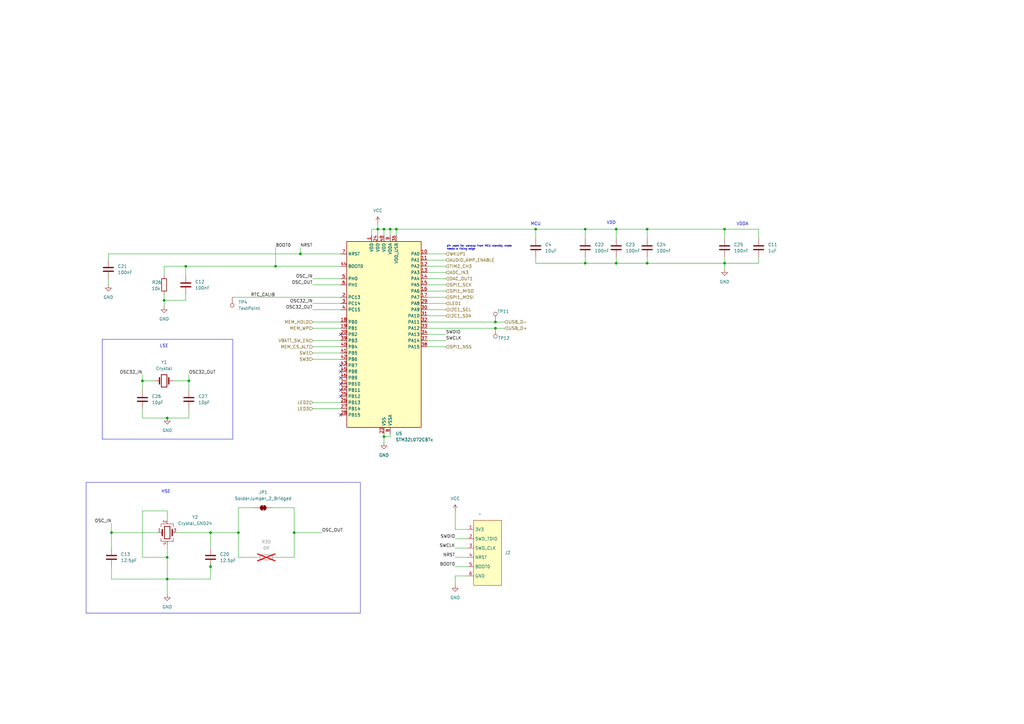
<source format=kicad_sch>
(kicad_sch (version 20231120) (generator "eeschema") (generator_version "8.0")
  (paper "A3")
  (lib_symbols
    (symbol "Connector:TestPoint" (pin_numbers hide) (pin_names (offset 0.762) hide)
      (property "Reference" "TP" (at 0 6.858 0))
      (property "Value" "TestPoint" (at 0 5.08 0))
      (symbol "TestPoint_0_1"
        (circle (center 0 3.302) (radius 0.762))
      )
      (symbol "TestPoint_1_1"
        (pin passive line (at 0 0 90) (length 2.54) (name "1") (number "1"))
      )
    )
    (symbol "Device:C" (pin_numbers hide) (pin_names (offset 0.254))
      (property "Reference" "C" (at 0.635 2.54 0))
      (property "Value" "C" (at 0.635 -2.54 0))
      (symbol "C_0_1"
        (polyline (pts (xy -2.032 -0.762) (xy 2.032 -0.762)) (stroke (width 0.508)))
        (polyline (pts (xy -2.032 0.762) (xy 2.032 0.762)) (stroke (width 0.508)))
      )
      (symbol "C_1_1"
        (pin passive line (at 0 3.81 270) (length 2.794) (name "~") (number "1"))
        (pin passive line (at 0 -3.81 90) (length 2.794) (name "~") (number "2"))
      )
    )
    (symbol "Device:Crystal" (pin_numbers hide) (pin_names (offset 1.016) hide)
      (property "Reference" "Y" (at 0 3.81 0))
      (property "Value" "Crystal" (at 0 -3.81 0))
      (symbol "Crystal_0_1"
        (rectangle (start -1.143 2.54) (end 1.143 -2.54) (stroke (width 0.3048)))
        (polyline (pts (xy -2.54 0) (xy -1.905 0)))
        (polyline (pts (xy -1.905 -1.27) (xy -1.905 1.27)) (stroke (width 0.508)))
        (polyline (pts (xy 1.905 -1.27) (xy 1.905 1.27)) (stroke (width 0.508)))
        (polyline (pts (xy 2.54 0) (xy 1.905 0)))
      )
      (symbol "Crystal_1_1"
        (pin passive line (at -3.81 0 0) (length 1.27) (name "1") (number "1"))
        (pin passive line (at 3.81 0 180) (length 1.27) (name "2") (number "2"))
      )
    )
    (symbol "Device:Crystal_GND24" (pin_names (offset 1.016) hide)
      (property "Reference" "Y" (at 3.175 5.08 0))
      (property "Value" "Crystal_GND24" (at 3.175 3.175 0))
      (symbol "Crystal_GND24_0_1"
        (rectangle (start -1.143 2.54) (end 1.143 -2.54) (stroke (width 0.3048)))
        (polyline (pts (xy -2.54 0) (xy -2.032 0)))
        (polyline (pts (xy -2.032 -1.27) (xy -2.032 1.27)) (stroke (width 0.508)))
        (polyline (pts (xy 0 -3.81) (xy 0 -3.556)))
        (polyline (pts (xy 0 3.556) (xy 0 3.81)))
        (polyline (pts (xy 2.032 -1.27) (xy 2.032 1.27)) (stroke (width 0.508)))
        (polyline (pts (xy 2.032 0) (xy 2.54 0)))
        (polyline (pts (xy -2.54 -2.286) (xy -2.54 -3.556) (xy 2.54 -3.556) (xy 2.54 -2.286)))
        (polyline (pts (xy -2.54 2.286) (xy -2.54 3.556) (xy 2.54 3.556) (xy 2.54 2.286)))
      )
      (symbol "Crystal_GND24_1_1"
        (pin passive line (at -3.81 0 0) (length 1.27) (name "1") (number "1"))
        (pin passive line (at 0 5.08 270) (length 1.27) (name "2") (number "2"))
        (pin passive line (at 3.81 0 180) (length 1.27) (name "3") (number "3"))
        (pin passive line (at 0 -5.08 90) (length 1.27) (name "4") (number "4"))
      )
    )
    (symbol "Device:R" (pin_numbers hide) (pin_names (offset 0))
      (property "Reference" "R" (at 2.032 0 90))
      (property "Value" "R" (at 0 0 90))
      (symbol "R_0_1"
        (rectangle (start -1.016 -2.54) (end 1.016 2.54) (stroke (width 0.254)))
      )
      (symbol "R_1_1"
        (pin passive line (at 0 3.81 270) (length 1.27) (name "~") (number "1"))
        (pin passive line (at 0 -3.81 90) (length 1.27) (name "~") (number "2"))
      )
    )
    (symbol "Jumper:SolderJumper_2_Bridged" (pin_numbers hide) (pin_names (offset 0) hide) (exclude_from_sim yes) (in_bom no)
      (property "Reference" "JP" (at 0 2.032 0))
      (property "Value" "SolderJumper_2_Bridged" (at 0 -2.54 0))
      (symbol "SolderJumper_2_Bridged_0_1"
        (rectangle (start -0.508 0.508) (end 0.508 -0.508) (fill (type outline)))
        (arc (start -0.254 1.016) (mid -1.2656 0) (end -0.254 -1.016))
        (arc (start -0.254 1.016) (mid -1.2656 0) (end -0.254 -1.016) (fill (type outline)))
        (polyline (pts (xy -0.254 1.016) (xy -0.254 -1.016)))
        (polyline (pts (xy 0.254 1.016) (xy 0.254 -1.016)))
        (arc (start 0.254 -1.016) (mid 1.2656 0) (end 0.254 1.016))
        (arc (start 0.254 -1.016) (mid 1.2656 0) (end 0.254 1.016) (fill (type outline)))
      )
      (symbol "SolderJumper_2_Bridged_1_1"
        (pin passive line (at -3.81 0 0) (length 2.54) (name "A") (number "1"))
        (pin passive line (at 3.81 0 180) (length 2.54) (name "B") (number "2"))
      )
    )
    (symbol "MCU_ST_STM32L0:STM32L072CBTx"
      (property "Reference" "U" (at -15.24 39.37 0))
      (property "Value" "STM32L072CBTx" (at 7.62 39.37 0))
      (symbol "STM32L072CBTx_0_1"
        (rectangle (start -15.24 -38.1) (end 15.24 38.1) (stroke (width 0.254)) (fill (type background)))
      )
      (symbol "STM32L072CBTx_1_1"
        (pin power_in line (at -5.08 40.64 270) (length 2.54) (name "VDD") (number "1"))
        (pin bidirectional line (at 17.78 33.02 180) (length 2.54) (name "PA0") (number "10"))
        (pin bidirectional line (at 17.78 30.48 180) (length 2.54) (name "PA1") (number "11"))
        (pin bidirectional line (at 17.78 27.94 180) (length 2.54) (name "PA2") (number "12"))
        (pin bidirectional line (at 17.78 25.4 180) (length 2.54) (name "PA3") (number "13"))
        (pin bidirectional line (at 17.78 22.86 180) (length 2.54) (name "PA4") (number "14"))
        (pin bidirectional line (at 17.78 20.32 180) (length 2.54) (name "PA5") (number "15"))
        (pin bidirectional line (at 17.78 17.78 180) (length 2.54) (name "PA6") (number "16"))
        (pin bidirectional line (at 17.78 15.24 180) (length 2.54) (name "PA7") (number "17"))
        (pin bidirectional line (at -17.78 5.08 0) (length 2.54) (name "PB0") (number "18"))
        (pin bidirectional line (at -17.78 2.54 0) (length 2.54) (name "PB1") (number "19"))
        (pin bidirectional line (at -17.78 15.24 0) (length 2.54) (name "PC13") (number "2"))
        (pin bidirectional line (at -17.78 0 0) (length 2.54) (name "PB2") (number "20"))
        (pin bidirectional line (at -17.78 -20.32 0) (length 2.54) (name "PB10") (number "21"))
        (pin bidirectional line (at -17.78 -22.86 0) (length 2.54) (name "PB11") (number "22"))
        (pin power_in line (at 0 -40.64 90) (length 2.54) (name "VSS") (number "23"))
        (pin power_in line (at -2.54 40.64 270) (length 2.54) (name "VDD") (number "24"))
        (pin bidirectional line (at -17.78 -25.4 0) (length 2.54) (name "PB12") (number "25"))
        (pin bidirectional line (at -17.78 -27.94 0) (length 2.54) (name "PB13") (number "26"))
        (pin bidirectional line (at -17.78 -30.48 0) (length 2.54) (name "PB14") (number "27"))
        (pin bidirectional line (at -17.78 -33.02 0) (length 2.54) (name "PB15") (number "28"))
        (pin bidirectional line (at 17.78 12.7 180) (length 2.54) (name "PA8") (number "29"))
        (pin bidirectional line (at -17.78 12.7 0) (length 2.54) (name "PC14") (number "3"))
        (pin bidirectional line (at 17.78 10.16 180) (length 2.54) (name "PA9") (number "30"))
        (pin bidirectional line (at 17.78 7.62 180) (length 2.54) (name "PA10") (number "31"))
        (pin bidirectional line (at 17.78 5.08 180) (length 2.54) (name "PA11") (number "32"))
        (pin bidirectional line (at 17.78 2.54 180) (length 2.54) (name "PA12") (number "33"))
        (pin bidirectional line (at 17.78 0 180) (length 2.54) (name "PA13") (number "34"))
        (pin passive line (at 0 -40.64 90) (length 2.54) hide (name "VSS") (number "35"))
        (pin power_in line (at 5.08 40.64 270) (length 2.54) (name "VDD_USB") (number "36"))
        (pin bidirectional line (at 17.78 -2.54 180) (length 2.54) (name "PA14") (number "37"))
        (pin bidirectional line (at 17.78 -5.08 180) (length 2.54) (name "PA15") (number "38"))
        (pin bidirectional line (at -17.78 -2.54 0) (length 2.54) (name "PB3") (number "39"))
        (pin bidirectional line (at -17.78 10.16 0) (length 2.54) (name "PC15") (number "4"))
        (pin bidirectional line (at -17.78 -5.08 0) (length 2.54) (name "PB4") (number "40"))
        (pin bidirectional line (at -17.78 -7.62 0) (length 2.54) (name "PB5") (number "41"))
        (pin bidirectional line (at -17.78 -10.16 0) (length 2.54) (name "PB6") (number "42"))
        (pin bidirectional line (at -17.78 -12.7 0) (length 2.54) (name "PB7") (number "43"))
        (pin input line (at -17.78 27.94 0) (length 2.54) (name "BOOT0") (number "44"))
        (pin bidirectional line (at -17.78 -15.24 0) (length 2.54) (name "PB8") (number "45"))
        (pin bidirectional line (at -17.78 -17.78 0) (length 2.54) (name "PB9") (number "46"))
        (pin passive line (at 0 -40.64 90) (length 2.54) hide (name "VSS") (number "47"))
        (pin power_in line (at 0 40.64 270) (length 2.54) (name "VDD") (number "48"))
        (pin bidirectional line (at -17.78 22.86 0) (length 2.54) (name "PH0") (number "5"))
        (pin bidirectional line (at -17.78 20.32 0) (length 2.54) (name "PH1") (number "6"))
        (pin input line (at -17.78 33.02 0) (length 2.54) (name "NRST") (number "7"))
        (pin power_in line (at 2.54 -40.64 90) (length 2.54) (name "VSSA") (number "8"))
        (pin power_in line (at 2.54 40.64 270) (length 2.54) (name "VDDA") (number "9"))
      )
    )
    (symbol "New_Library:SWD_PROGRAMMING"
      (property "Reference" "J" (at 0 0 0))
      (symbol "SWD_PROGRAMMING_1_1"
        (rectangle (start -2.54 -2.54) (end 8.89 -29.21) (fill (type background)))
        (pin power_in line (at -5.08 -6.35 0) (length 2.54) (name "3V3") (number "1"))
        (pin input line (at -5.08 -10.16 0) (length 2.54) (name "SWD_TDIO") (number "2"))
        (pin input line (at -5.08 -13.97 0) (length 2.54) (name "SWD_CLK") (number "3"))
        (pin input line (at -5.08 -17.78 0) (length 2.54) (name "NRST") (number "4"))
        (pin input line (at -5.08 -21.59 0) (length 2.54) (name "BOOT0") (number "5"))
        (pin power_in line (at -5.08 -25.4 0) (length 2.54) (name "GND") (number "6"))
      )
    )
    (symbol "power:GND" (power) (pin_numbers hide) (pin_names (offset 0) hide)
      (property "Value" "GND" (at 0 -3.81 0))
      (symbol "GND_0_1"
        (polyline (pts (xy 0 0) (xy 0 -1.27) (xy 1.27 -1.27) (xy 0 -2.54) (xy -1.27 -1.27) (xy 0 -1.27)))
      )
      (symbol "GND_1_1"
        (pin power_in line (at 0 0 270) (length 0) (name "~") (number "1"))
      )
    )
    (symbol "power:VCC" (power) (pin_numbers hide) (pin_names (offset 0) hide)
      (property "Value" "VCC" (at 0 3.556 0))
      (symbol "VCC_0_1"
        (polyline (pts (xy -0.762 1.27) (xy 0 2.54)))
        (polyline (pts (xy 0 0) (xy 0 2.54)))
        (polyline (pts (xy 0 2.54) (xy 0.762 1.27)))
      )
      (symbol "VCC_1_1"
        (pin power_in line (at 0 0 90) (length 0) (name "~") (number "1"))
      )
    )
  )
  (junction (at 162.56 93.98))
  (junction (at 86.36 218.44))
  (junction (at 240.03 93.98))
  (junction (at 123.19 104.14))
  (junction (at 97.79 218.44))
  (junction (at 68.58 171.45))
  (junction (at 240.03 107.95))
  (junction (at 45.72 218.44))
  (junction (at 297.18 93.98))
  (junction (at 113.03 109.22))
  (junction (at 203.2 134.62))
  (junction (at 297.18 107.95))
  (junction (at 154.94 93.98))
  (junction (at 203.2 132.08))
  (junction (at 252.73 93.98))
  (junction (at 77.47 156.21))
  (junction (at 120.65 218.44))
  (junction (at 157.48 93.98))
  (junction (at 219.71 93.98))
  (junction (at 265.43 93.98))
  (junction (at 252.73 107.95))
  (junction (at 160.02 93.98))
  (junction (at 86.36 232.41))
  (junction (at 68.58 237.49))
  (junction (at 157.48 179.07))
  (junction (at 67.31 123.19))
  (junction (at 265.43 107.95))
  (junction (at 58.42 156.21))
  (junction (at 68.58 228.6))
  (junction (at 76.2 109.22))
  (no_connect (at 139.7 157.48))
  (no_connect (at 139.7 160.02))
  (no_connect (at 139.7 152.4))
  (no_connect (at 139.7 149.86))
  (no_connect (at 139.7 162.56))
  (no_connect (at 139.7 170.18))
  (no_connect (at 139.7 154.94))
  (no_connect (at 139.7 137.16))
  (wire (pts (xy 76.2 120.65) (xy 76.2 123.19)))
  (wire (pts (xy 311.15 105.41) (xy 311.15 107.95)))
  (wire (pts (xy 58.42 167.64) (xy 58.42 171.45)))
  (wire (pts (xy 111.76 208.28) (xy 120.65 208.28)))
  (wire (pts (xy 58.42 171.45) (xy 68.58 171.45)))
  (wire (pts (xy 68.58 209.55) (xy 58.42 209.55)))
  (wire (pts (xy 128.27 124.46) (xy 139.7 124.46)))
  (wire (pts (xy 160.02 93.98) (xy 160.02 96.52)))
  (wire (pts (xy 175.26 139.7) (xy 182.88 139.7)))
  (wire (pts (xy 311.15 93.98) (xy 311.15 97.79)))
  (wire (pts (xy 157.48 177.8) (xy 157.48 179.07)))
  (wire (pts (xy 71.12 156.21) (xy 77.47 156.21)))
  (wire (pts (xy 120.65 208.28) (xy 120.65 218.44)))
  (wire (pts (xy 64.77 218.44) (xy 45.72 218.44)))
  (wire (pts (xy 160.02 177.8) (xy 160.02 179.07)))
  (wire (pts (xy 154.94 93.98) (xy 154.94 96.52)))
  (wire (pts (xy 191.77 236.22) (xy 186.69 236.22)))
  (wire (pts (xy 128.27 142.24) (xy 139.7 142.24)))
  (wire (pts (xy 128.27 127) (xy 139.7 127)))
  (wire (pts (xy 152.4 93.98) (xy 154.94 93.98)))
  (wire (pts (xy 252.73 93.98) (xy 265.43 93.98)))
  (wire (pts (xy 77.47 156.21) (xy 77.47 160.02)))
  (wire (pts (xy 162.56 93.98) (xy 219.71 93.98)))
  (wire (pts (xy 219.71 107.95) (xy 240.03 107.95)))
  (wire (pts (xy 58.42 153.67) (xy 58.42 156.21)))
  (wire (pts (xy 72.39 218.44) (xy 86.36 218.44)))
  (wire (pts (xy 44.45 114.3) (xy 44.45 116.84)))
  (wire (pts (xy 252.73 107.95) (xy 265.43 107.95)))
  (wire (pts (xy 67.31 120.65) (xy 67.31 123.19)))
  (wire (pts (xy 58.42 156.21) (xy 58.42 160.02)))
  (wire (pts (xy 68.58 171.45) (xy 77.47 171.45)))
  (wire (pts (xy 157.48 93.98) (xy 160.02 93.98)))
  (wire (pts (xy 97.79 218.44) (xy 97.79 208.28)))
  (wire (pts (xy 240.03 105.41) (xy 240.03 107.95)))
  (wire (pts (xy 175.26 111.76) (xy 182.88 111.76)))
  (wire (pts (xy 175.26 137.16) (xy 182.88 137.16)))
  (wire (pts (xy 160.02 93.98) (xy 162.56 93.98)))
  (wire (pts (xy 240.03 107.95) (xy 252.73 107.95)))
  (wire (pts (xy 128.27 147.32) (xy 139.7 147.32)))
  (wire (pts (xy 58.42 228.6) (xy 68.58 228.6)))
  (wire (pts (xy 113.03 101.6) (xy 113.03 109.22)))
  (wire (pts (xy 297.18 93.98) (xy 297.18 97.79)))
  (wire (pts (xy 175.26 114.3) (xy 182.88 114.3)))
  (wire (pts (xy 175.26 127) (xy 182.88 127)))
  (wire (pts (xy 120.65 218.44) (xy 120.65 228.6)))
  (wire (pts (xy 297.18 93.98) (xy 311.15 93.98)))
  (wire (pts (xy 86.36 237.49) (xy 68.58 237.49)))
  (wire (pts (xy 67.31 109.22) (xy 76.2 109.22)))
  (wire (pts (xy 186.69 224.79) (xy 191.77 224.79)))
  (wire (pts (xy 97.79 208.28) (xy 104.14 208.28)))
  (wire (pts (xy 175.26 104.14) (xy 182.88 104.14)))
  (wire (pts (xy 86.36 218.44) (xy 86.36 224.79)))
  (wire (pts (xy 58.42 209.55) (xy 58.42 228.6)))
  (wire (pts (xy 252.73 93.98) (xy 252.73 97.79)))
  (wire (pts (xy 68.58 228.6) (xy 68.58 237.49)))
  (wire (pts (xy 113.03 109.22) (xy 139.7 109.22)))
  (wire (pts (xy 175.26 124.46) (xy 182.88 124.46)))
  (wire (pts (xy 162.56 93.98) (xy 162.56 96.52)))
  (wire (pts (xy 157.48 179.07) (xy 157.48 181.61)))
  (wire (pts (xy 68.58 213.36) (xy 68.58 209.55)))
  (wire (pts (xy 95.25 121.92) (xy 139.7 121.92)))
  (wire (pts (xy 265.43 93.98) (xy 265.43 97.79)))
  (wire (pts (xy 128.27 116.84) (xy 139.7 116.84)))
  (wire (pts (xy 186.69 217.17) (xy 191.77 217.17)))
  (wire (pts (xy 45.72 232.41) (xy 45.72 237.49)))
  (wire (pts (xy 45.72 214.63) (xy 45.72 218.44)))
  (wire (pts (xy 297.18 107.95) (xy 297.18 105.41)))
  (wire (pts (xy 186.69 232.41) (xy 191.77 232.41)))
  (wire (pts (xy 175.26 134.62) (xy 203.2 134.62)))
  (wire (pts (xy 128.27 134.62) (xy 139.7 134.62)))
  (wire (pts (xy 186.69 209.55) (xy 186.69 217.17)))
  (wire (pts (xy 265.43 107.95) (xy 297.18 107.95)))
  (wire (pts (xy 123.19 104.14) (xy 139.7 104.14)))
  (wire (pts (xy 175.26 142.24) (xy 182.88 142.24)))
  (wire (pts (xy 97.79 228.6) (xy 105.41 228.6)))
  (wire (pts (xy 76.2 109.22) (xy 113.03 109.22)))
  (wire (pts (xy 154.94 93.98) (xy 157.48 93.98)))
  (wire (pts (xy 240.03 93.98) (xy 252.73 93.98)))
  (wire (pts (xy 86.36 232.41) (xy 86.36 237.49)))
  (wire (pts (xy 123.19 101.6) (xy 123.19 104.14)))
  (wire (pts (xy 76.2 123.19) (xy 67.31 123.19)))
  (wire (pts (xy 68.58 237.49) (xy 68.58 243.84)))
  (wire (pts (xy 45.72 218.44) (xy 45.72 224.79)))
  (wire (pts (xy 67.31 123.19) (xy 67.31 125.73)))
  (wire (pts (xy 86.36 218.44) (xy 97.79 218.44)))
  (wire (pts (xy 77.47 153.67) (xy 77.47 156.21)))
  (wire (pts (xy 58.42 156.21) (xy 63.5 156.21)))
  (wire (pts (xy 203.2 134.62) (xy 207.01 134.62)))
  (wire (pts (xy 240.03 97.79) (xy 240.03 93.98)))
  (wire (pts (xy 77.47 171.45) (xy 77.47 167.64)))
  (wire (pts (xy 128.27 114.3) (xy 139.7 114.3)))
  (wire (pts (xy 44.45 104.14) (xy 123.19 104.14)))
  (wire (pts (xy 76.2 109.22) (xy 76.2 113.03)))
  (wire (pts (xy 186.69 228.6) (xy 191.77 228.6)))
  (wire (pts (xy 120.65 218.44) (xy 132.08 218.44)))
  (wire (pts (xy 154.94 91.44) (xy 154.94 93.98)))
  (wire (pts (xy 311.15 107.95) (xy 297.18 107.95)))
  (wire (pts (xy 219.71 93.98) (xy 240.03 93.98)))
  (wire (pts (xy 157.48 93.98) (xy 157.48 96.52)))
  (wire (pts (xy 219.71 105.41) (xy 219.71 107.95)))
  (wire (pts (xy 128.27 165.1) (xy 139.7 165.1)))
  (wire (pts (xy 175.26 116.84) (xy 182.88 116.84)))
  (wire (pts (xy 203.2 132.08) (xy 207.01 132.08)))
  (wire (pts (xy 219.71 93.98) (xy 219.71 97.79)))
  (wire (pts (xy 160.02 179.07) (xy 157.48 179.07)))
  (wire (pts (xy 175.26 121.92) (xy 182.88 121.92)))
  (wire (pts (xy 128.27 144.78) (xy 139.7 144.78)))
  (wire (pts (xy 252.73 107.95) (xy 252.73 105.41)))
  (wire (pts (xy 152.4 96.52) (xy 152.4 93.98)))
  (wire (pts (xy 186.69 236.22) (xy 186.69 240.03)))
  (wire (pts (xy 128.27 167.64) (xy 139.7 167.64)))
  (wire (pts (xy 128.27 139.7) (xy 139.7 139.7)))
  (wire (pts (xy 68.58 228.6) (xy 68.58 223.52)))
  (wire (pts (xy 67.31 109.22) (xy 67.31 113.03)))
  (wire (pts (xy 175.26 129.54) (xy 182.88 129.54)))
  (wire (pts (xy 86.36 231.14) (xy 86.36 232.41)))
  (wire (pts (xy 265.43 93.98) (xy 297.18 93.98)))
  (wire (pts (xy 175.26 132.08) (xy 203.2 132.08)))
  (wire (pts (xy 175.26 106.68) (xy 182.88 106.68)))
  (wire (pts (xy 97.79 218.44) (xy 97.79 228.6)))
  (wire (pts (xy 120.65 228.6) (xy 113.03 228.6)))
  (wire (pts (xy 45.72 237.49) (xy 68.58 237.49)))
  (wire (pts (xy 44.45 106.68) (xy 44.45 104.14)))
  (wire (pts (xy 175.26 119.38) (xy 182.88 119.38)))
  (wire (pts (xy 175.26 109.22) (xy 182.88 109.22)))
  (wire (pts (xy 265.43 107.95) (xy 265.43 105.41)))
  (wire (pts (xy 186.69 220.98) (xy 191.77 220.98)))
  (wire (pts (xy 297.18 107.95) (xy 297.18 110.49)))
  (wire (pts (xy 128.27 132.08) (xy 139.7 132.08)))
  (rectangle (start 41.91 139.192) (end 95.504 180.086))
  (rectangle (start 35.306 197.866) (end 147.828 251.46))
  (text "pin used for wakeup from MCU standby mode\nneeds a rising edge" (at 183.134 101.6 0) (effects (font (size 0.762 0.762)) (justify left)))
  (text "LSE" (at 67.31 141.986 0) (effects (font (size 1.27 1.27))))
  (text "VDD\n" (at 250.698 91.44 0) (effects (font (size 1.27 1.27))))
  (text "MCU" (at 219.71 91.948 0) (effects (font (size 1.27 1.27))))
  (text "HSE" (at 68.072 201.676 0) (effects (font (size 1.27 1.27))))
  (text "VDDA" (at 304.546 91.948 0) (effects (font (size 1.27 1.27))))
  (label "SWDIO" (at 182.88 137.16 0))
  (label "OSC32_OUT" (at 77.47 153.67 0))
  (label "SWDIO" (at 186.69 220.98 180))
  (label "OSC32_IN" (at 128.27 124.46 180))
  (label "OSC_OUT" (at 132.08 218.44 0))
  (label "BOOT0" (at 113.03 101.6 0))
  (label "OSC32_IN" (at 58.42 153.67 180))
  (label "NRST" (at 186.69 228.6 180))
  (label "NRST" (at 123.19 101.6 0))
  (label "SWCLK" (at 182.88 139.7 0))
  (label "RTC_CALIB" (at 102.87 121.92 0))
  (label "OSC_IN" (at 128.27 114.3 180))
  (label "BOOT0" (at 186.69 232.41 180))
  (label "OSC32_OUT" (at 128.27 127 180))
  (label "OSC_OUT" (at 128.27 116.84 180))
  (label "SWCLK" (at 186.69 224.79 180))
  (label "OSC_IN" (at 45.72 214.63 180))
  (hierarchical_label "SW1" (shape input) (at 128.27 144.78 180))
  (hierarchical_label "ADC_IN3" (shape input) (at 182.88 111.76 0))
  (hierarchical_label "MEM_HOLD" (shape input) (at 128.27 132.08 180))
  (hierarchical_label "LED1" (shape input) (at 182.88 124.46 0))
  (hierarchical_label "DAC_OUT1" (shape input) (at 182.88 114.3 0))
  (hierarchical_label "LED2" (shape input) (at 128.27 165.1 180))
  (hierarchical_label "SPI1_NSS" (shape input) (at 182.88 142.24 0))
  (hierarchical_label "MEM_CS_ALT" (shape input) (at 128.27 142.24 180))
  (hierarchical_label "TIM2_CH3" (shape input) (at 182.88 109.22 0))
  (hierarchical_label "LED3" (shape input) (at 128.27 167.64 180))
  (hierarchical_label "SPI1_MISO" (shape input) (at 182.88 119.38 0))
  (hierarchical_label "MEM_WP" (shape input) (at 128.27 134.62 180))
  (hierarchical_label "WKUP1" (shape input) (at 182.88 104.14 0))
  (hierarchical_label "USB_D-" (shape input) (at 207.01 132.08 0))
  (hierarchical_label "AUDIO_AMP_ENABLE" (shape input) (at 182.88 106.68 0))
  (hierarchical_label "I2C1_SCL" (shape input) (at 182.88 127 0))
  (hierarchical_label "SW3" (shape input) (at 128.27 147.32 180))
  (hierarchical_label "VBATT_SW_EN" (shape input) (at 128.27 139.7 180))
  (hierarchical_label "I2C1_SDA" (shape input) (at 182.88 129.54 0))
  (hierarchical_label "SPI1_SCK" (shape input) (at 182.88 116.84 0))
  (hierarchical_label "USB_D+" (shape input) (at 207.01 134.62 0))
  (hierarchical_label "SPI1_MOSI" (shape input) (at 182.88 121.92 0))
  (symbol (lib_id "Device:C") (at 297.18 101.6 0) (unit 1)
    (property "Reference" "C25" (at 300.99 100.3299 0) (effects (justify left)))
    (property "Value" "100nF" (at 300.99 102.8699 0) (effects (justify left)))
    (property "Footprint" "Capacitor_SMD:C_0603_1608Metric" (effects (hide yes)))
    (property "Description" "Unpolarized capacitor" (effects (hide yes)))
  )
  (symbol (lib_id "power:GND") (at 67.31 125.73 0) (unit 1)
    (property "Reference" "#PWR26" (effects (hide yes)))
    (property "Value" "GND" (at 67.31 130.81 0))
    (property "Description" "Power symbol creates a global label with name \"GND\" , ground" (effects (hide yes)))
  )
  (symbol (lib_id "Device:C") (at 76.2 116.84 0) (unit 1)
    (property "Reference" "C12" (at 80.01 115.5699 0) (effects (justify left)))
    (property "Value" "100nF" (at 80.01 118.1099 0) (effects (justify left)))
    (property "Footprint" "Capacitor_SMD:C_0603_1608Metric" (effects (hide yes)))
    (property "Description" "Unpolarized capacitor" (effects (hide yes)))
  )
  (symbol (lib_id "Device:R") (at 109.22 228.6 90) (unit 1) (dnp yes)
    (property "Reference" "R30" (at 109.22 222.25 90))
    (property "Value" "0R" (at 109.22 224.79 90))
    (property "Description" "Resistor" (effects (hide yes)))
  )
  (symbol (lib_id "power:VCC") (at 154.94 91.44 0) (unit 1)
    (property "Reference" "#PWR27" (effects (hide yes)))
    (property "Value" "VCC" (at 154.94 86.36 0))
    (property "Description" "Power symbol creates a global label with name \"VCC\"" (effects (hide yes)))
  )
  (symbol (lib_id "power:VCC") (at 186.69 209.55 0) (unit 1)
    (property "Reference" "#PWR30" (effects (hide yes)))
    (property "Value" "VCC" (at 186.69 204.47 0))
    (property "Description" "Power symbol creates a global label with name \"VCC\"" (effects (hide yes)))
  )
  (symbol (lib_id "Device:C") (at 265.43 101.6 0) (unit 1)
    (property "Reference" "C24" (at 269.24 100.3299 0) (effects (justify left)))
    (property "Value" "100nF" (at 269.24 102.8699 0) (effects (justify left)))
    (property "Footprint" "Capacitor_SMD:C_0603_1608Metric" (effects (hide yes)))
    (property "Description" "Unpolarized capacitor" (effects (hide yes)))
  )
  (symbol (lib_id "Device:C") (at 219.71 101.6 0) (unit 1)
    (property "Reference" "C4" (at 223.52 100.3299 0) (effects (justify left)))
    (property "Value" "10uF" (at 223.52 102.8699 0) (effects (justify left)))
    (property "Footprint" "Capacitor_SMD:C_0603_1608Metric" (effects (hide yes)))
    (property "Description" "Unpolarized capacitor" (effects (hide yes)))
  )
  (symbol (lib_id "Jumper:SolderJumper_2_Bridged") (at 107.95 208.28 0) (unit 1) (exclude_from_sim yes) (in_bom no)
    (property "Reference" "JP1" (at 107.95 201.93 0))
    (property "Value" "SolderJumper_2_Bridged" (at 107.95 204.47 0))
    (property "Footprint" "Jumper:SolderJumper-2_P1.3mm_Open_TrianglePad1.0x1.5mm" (effects (hide yes)))
    (property "Description" "Solder Jumper, 2-pole, closed/bridged" (effects (hide yes)))
  )
  (symbol (lib_id "Connector:TestPoint") (at 203.2 134.62 180) (unit 1)
    (property "Reference" "TP12" (at 204.216 138.684 0) (effects (justify right)))
    (property "Value" "TestPoint" (effects (hide yes)))
    (property "Footprint" "TestPoint:TestPoint_Pad_D1.0mm" (effects (hide yes)))
    (property "Description" "test point" (effects (hide yes)))
  )
  (symbol (lib_id "MCU_ST_STM32L0:STM32L072CBTx") (at 157.48 137.16 0) (unit 1)
    (property "Reference" "U5" (at 162.2141 177.8 0) (effects (justify left)))
    (property "Value" "STM32L072CBTx" (at 162.2141 180.34 0) (effects (justify left)))
    (property "Footprint" "Package_QFP:LQFP-48_7x7mm_P0.5mm" (effects (hide yes)))
    (property "Datasheet" "https://www.lcsc.com/product-detail/Microcontrollers-MCU-MPU-SOC_STMicroelectronics-STM32L072CBT6_C465977.html" (effects (hide yes)))
    (property "Description" "STMicroelectronics Arm Cortex-M0+ MCU, 128KB flash, 20KB RAM, 32 MHz, 1.65-3.6V, 37 GPIO, LQFP48" (effects (hide yes)))
  )
  (symbol (lib_id "power:GND") (at 44.45 116.84 0) (unit 1)
    (property "Reference" "#PWR25" (effects (hide yes)))
    (property "Value" "GND" (at 44.45 121.92 0))
    (property "Description" "Power symbol creates a global label with name \"GND\" , ground" (effects (hide yes)))
  )
  (symbol (lib_id "Device:C") (at 44.45 110.49 0) (unit 1)
    (property "Reference" "C21" (at 48.26 109.2199 0) (effects (justify left)))
    (property "Value" "100nF" (at 48.26 111.7599 0) (effects (justify left)))
    (property "Footprint" "Capacitor_SMD:C_0603_1608Metric" (effects (hide yes)))
    (property "Description" "Unpolarized capacitor" (effects (hide yes)))
  )
  (symbol (lib_id "power:GND") (at 186.69 240.03 0) (unit 1)
    (property "Reference" "#PWR34" (effects (hide yes)))
    (property "Value" "GND" (at 186.69 245.11 0))
    (property "Description" "Power symbol creates a global label with name \"GND\" , ground" (effects (hide yes)))
  )
  (symbol (lib_id "Device:C") (at 252.73 101.6 0) (unit 1)
    (property "Reference" "C23" (at 256.54 100.3299 0) (effects (justify left)))
    (property "Value" "100nF" (at 256.54 102.8699 0) (effects (justify left)))
    (property "Footprint" "Capacitor_SMD:C_0603_1608Metric" (effects (hide yes)))
    (property "Description" "Unpolarized capacitor" (effects (hide yes)))
  )
  (symbol (lib_id "Connector:TestPoint") (at 203.2 132.08 0) (unit 1)
    (property "Reference" "TP11" (at 203.962 127.762 0) (effects (justify left)))
    (property "Value" "TestPoint" (effects (hide yes)))
    (property "Footprint" "TestPoint:TestPoint_Pad_D1.0mm" (effects (hide yes)))
    (property "Description" "test point" (effects (hide yes)))
  )
  (symbol (lib_id "Device:C") (at 240.03 101.6 0) (unit 1)
    (property "Reference" "C22" (at 243.84 100.3299 0) (effects (justify left)))
    (property "Value" "100nF" (at 243.84 102.8699 0) (effects (justify left)))
    (property "Footprint" "Capacitor_SMD:C_0603_1608Metric" (effects (hide yes)))
    (property "Description" "Unpolarized capacitor" (effects (hide yes)))
  )
  (symbol (lib_id "Device:C") (at 45.72 228.6 0) (unit 1)
    (property "Reference" "C13" (at 49.53 227.3299 0) (effects (justify left)))
    (property "Value" "12.5pF" (at 49.53 229.8699 0) (effects (justify left)))
    (property "Footprint" "Capacitor_SMD:C_0402_1005Metric" (effects (hide yes)))
    (property "Description" "Unpolarized capacitor" (effects (hide yes)))
  )
  (symbol (lib_id "power:GND") (at 68.58 171.45 0) (unit 1)
    (property "Reference" "#PWR51" (effects (hide yes)))
    (property "Value" "GND" (at 68.58 176.53 0))
    (property "Description" "Power symbol creates a global label with name \"GND\" , ground" (effects (hide yes)))
  )
  (symbol (lib_id "Device:Crystal_GND24") (at 68.58 218.44 0) (unit 1)
    (property "Reference" "Y2" (at 80.01 212.1214 0))
    (property "Value" "Crystal_GND24" (at 80.01 214.6614 0))
    (property "Footprint" "Crystal:Crystal_SMD_3225-4Pin_3.2x2.5mm_HandSoldering" (effects (hide yes)))
    (property "Datasheet" "https://www.lcsc.com/product-detail/Crystals_YXC-Crystal-Oscillators-X322516MLB4SI_C13738.html" (effects (hide yes)))
    (property "Description" "Four pin crystal, GND on pins 2 and 4" (effects (hide yes)))
  )
  (symbol (lib_id "Device:R") (at 67.31 116.84 180) (unit 1)
    (property "Reference" "R26" (at 64.262 115.824 0))
    (property "Value" "10k" (at 64.008 118.364 0))
    (property "Footprint" "Resistor_SMD:R_0402_1005Metric" (effects (hide yes)))
    (property "Description" "Resistor" (effects (hide yes)))
  )
  (symbol (lib_id "Device:C") (at 311.15 101.6 0) (unit 1)
    (property "Reference" "C11" (at 314.96 100.3299 0) (effects (justify left)))
    (property "Value" "1uF" (at 314.96 102.8699 0) (effects (justify left)))
    (property "Footprint" "Capacitor_SMD:C_0603_1608Metric" (effects (hide yes)))
    (property "Description" "Unpolarized capacitor" (effects (hide yes)))
  )
  (symbol (lib_id "Device:C") (at 86.36 228.6 0) (unit 1)
    (property "Reference" "C20" (at 90.17 227.3299 0) (effects (justify left)))
    (property "Value" "12.5pF" (at 90.17 229.8699 0) (effects (justify left)))
    (property "Footprint" "Capacitor_SMD:C_0402_1005Metric" (effects (hide yes)))
    (property "Description" "Unpolarized capacitor" (effects (hide yes)))
  )
  (symbol (lib_id "New_Library:SWD_PROGRAMMING") (at 196.85 210.82 0) (unit 1)
    (property "Reference" "J2" (at 207.01 226.6949 0) (effects (justify left)))
    (property "Value" "~" (at 196.85 210.82 0))
    (property "Footprint" "symbol_lib:SWD_programming" (effects (hide yes)))
  )
  (symbol (lib_id "Device:C") (at 58.42 163.83 0) (unit 1)
    (property "Reference" "C26" (at 62.23 162.5599 0) (effects (justify left)))
    (property "Value" "10pF" (at 62.23 165.0999 0) (effects (justify left)))
    (property "Footprint" "Capacitor_SMD:C_0402_1005Metric" (effects (hide yes)))
    (property "Description" "Unpolarized capacitor" (effects (hide yes)))
  )
  (symbol (lib_id "Device:C") (at 77.47 163.83 0) (unit 1)
    (property "Reference" "C27" (at 81.28 162.5599 0) (effects (justify left)))
    (property "Value" "10pF" (at 81.28 165.0999 0) (effects (justify left)))
    (property "Footprint" "Capacitor_SMD:C_0402_1005Metric" (effects (hide yes)))
    (property "Description" "Unpolarized capacitor" (effects (hide yes)))
  )
  (symbol (lib_id "Connector:TestPoint") (at 95.25 121.92 180) (unit 1)
    (property "Reference" "TP4" (at 97.79 123.9519 0) (effects (justify right)))
    (property "Value" "TestPoint" (at 97.79 126.4919 0) (effects (justify right)))
    (property "Description" "test point" (effects (hide yes)))
  )
  (symbol (lib_id "Device:Crystal") (at 67.31 156.21 180) (unit 1)
    (property "Reference" "Y1" (at 67.31 148.59 0))
    (property "Value" "Crystal" (at 67.31 151.13 0))
    (property "Footprint" "Crystal:Crystal_SMD_2012-2Pin_2.0x1.2mm_HandSoldering" (effects (hide yes)))
    (property "Datasheet" "https://www.lcsc.com/product-detail/Crystals_Seiko-Epson-X1A0000610006_C99009.html" (effects (hide yes)))
    (property "Description" "32768Hz crystal" (effects (hide yes)))
  )
  (symbol (lib_id "power:GND") (at 68.58 243.84 0) (unit 1)
    (property "Reference" "#PWR9" (effects (hide yes)))
    (property "Value" "GND" (at 68.58 248.92 0))
    (property "Description" "Power symbol creates a global label with name \"GND\" , ground" (effects (hide yes)))
  )
  (symbol (lib_id "power:GND") (at 297.18 110.49 0) (unit 1)
    (property "Reference" "#PWR48" (effects (hide yes)))
    (property "Value" "GND" (at 297.18 115.57 0))
    (property "Description" "Power symbol creates a global label with name \"GND\" , ground" (effects (hide yes)))
  )
  (symbol (lib_id "power:GND") (at 157.48 181.61 0) (unit 1)
    (property "Reference" "#PWR28" (effects (hide yes)))
    (property "Value" "GND" (at 157.48 186.69 0))
    (property "Description" "Power symbol creates a global label with name \"GND\" , ground" (effects (hide yes)))
  )
)
</source>
